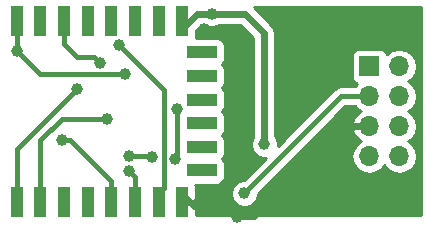
<source format=gbl>
G04 #@! TF.FileFunction,Copper,L2,Bot,Signal*
%FSLAX46Y46*%
G04 Gerber Fmt 4.6, Leading zero omitted, Abs format (unit mm)*
G04 Created by KiCad (PCBNEW 4.0.7) date Thursday, 19 October 2017 'PMt' 19:38:29*
%MOMM*%
%LPD*%
G01*
G04 APERTURE LIST*
%ADD10C,0.100000*%
%ADD11R,1.100000X2.500000*%
%ADD12R,2.500000X1.100000*%
%ADD13R,1.700000X1.700000*%
%ADD14O,1.700000X1.700000*%
%ADD15C,1.000000*%
%ADD16C,0.600000*%
%ADD17C,0.400000*%
%ADD18C,0.254000*%
G04 APERTURE END LIST*
D10*
D11*
X194310000Y-111060000D03*
X196310000Y-111060000D03*
X198310000Y-111060000D03*
X200310000Y-111060000D03*
X202310000Y-111060000D03*
X204310000Y-111060000D03*
X206310000Y-111060000D03*
X208310000Y-111060000D03*
X208310000Y-126460000D03*
X206310000Y-126460000D03*
X204310000Y-126460000D03*
X202310000Y-126460000D03*
X200310000Y-126460000D03*
X198310000Y-126460000D03*
X196310000Y-126460000D03*
X194310000Y-126460000D03*
D12*
X210010000Y-113750000D03*
X210010000Y-115750000D03*
X210010000Y-117750000D03*
X210010000Y-119750000D03*
X210010000Y-121750000D03*
X210010000Y-123750000D03*
D13*
X224155000Y-114935000D03*
D14*
X226695000Y-114935000D03*
X224155000Y-117475000D03*
X226695000Y-117475000D03*
X224155000Y-120015000D03*
X226695000Y-120015000D03*
X224155000Y-122555000D03*
X226695000Y-122555000D03*
D15*
X212726374Y-113509681D03*
X212915133Y-127666784D03*
X210185000Y-111760000D03*
X207707012Y-122800935D03*
X205784149Y-122633148D03*
X207910010Y-118511988D03*
X215264163Y-121542526D03*
X203835000Y-122555000D03*
X210820000Y-110490000D03*
X199390000Y-116840000D03*
X201930000Y-119380000D03*
X213584435Y-125678955D03*
X203450084Y-115605180D03*
X194310000Y-113665000D03*
X201344968Y-114649447D03*
X198128825Y-121144030D03*
X202994674Y-113111185D03*
X203835000Y-123825000D03*
D16*
X211697242Y-126365000D02*
X212181061Y-125881181D01*
X212181061Y-114054994D02*
X212226375Y-114009680D01*
X212226375Y-114009680D02*
X212726374Y-113509681D01*
X212181061Y-125881181D02*
X212181061Y-114054994D01*
D17*
X212226375Y-113009682D02*
X212726374Y-113509681D01*
X210976693Y-111760000D02*
X212226375Y-113009682D01*
X210185000Y-111760000D02*
X210976693Y-111760000D01*
D16*
X208310000Y-125760000D02*
X209293951Y-126743951D01*
X209293951Y-126743951D02*
X211318291Y-126743951D01*
X211318291Y-126743951D02*
X211697242Y-126365000D01*
X224155000Y-120015000D02*
X221993114Y-120015000D01*
X212957080Y-127624837D02*
X212915133Y-127666784D01*
X214383277Y-127624837D02*
X212957080Y-127624837D01*
X221993114Y-120015000D02*
X214383277Y-127624837D01*
X211697242Y-126365000D02*
X212941970Y-127609728D01*
X212941970Y-127609728D02*
X212941970Y-127624368D01*
D17*
X212851589Y-127603240D02*
X212915133Y-127666784D01*
X212851589Y-127504839D02*
X212851589Y-127603240D01*
X207910010Y-122597937D02*
X207707012Y-122800935D01*
X207910010Y-118511988D02*
X207910010Y-122597937D01*
X205706001Y-122555000D02*
X205784149Y-122633148D01*
X203835000Y-122555000D02*
X205706001Y-122555000D01*
D16*
X210820000Y-110490000D02*
X213607759Y-110490000D01*
X215264163Y-120835420D02*
X215264163Y-121542526D01*
X215264163Y-112146404D02*
X215264163Y-120835420D01*
X213607759Y-110490000D02*
X215264163Y-112146404D01*
X210820000Y-110490000D02*
X209580000Y-110490000D01*
X209580000Y-110490000D02*
X208310000Y-111760000D01*
D17*
X194310000Y-121920000D02*
X194310000Y-125760000D01*
X199390000Y-116840000D02*
X194310000Y-121920000D01*
X201930000Y-119380000D02*
X198110109Y-119380000D01*
X198110109Y-119380000D02*
X196310000Y-121180109D01*
X196310000Y-121180109D02*
X196310000Y-125760000D01*
X214084434Y-125178956D02*
X213584435Y-125678955D01*
X221788390Y-117475000D02*
X214084434Y-125178956D01*
X224155000Y-117475000D02*
X221788390Y-117475000D01*
X202742978Y-115605180D02*
X203450084Y-115605180D01*
X202722014Y-115626144D02*
X202742978Y-115605180D01*
X196271144Y-115626144D02*
X202722014Y-115626144D01*
X194310000Y-113665000D02*
X196271144Y-115626144D01*
X194310000Y-113665000D02*
X194310000Y-111760000D01*
X198310000Y-111760000D02*
X198310000Y-113040678D01*
X198310000Y-113040678D02*
X199418770Y-114149448D01*
X199418770Y-114149448D02*
X200844969Y-114149448D01*
X200844969Y-114149448D02*
X201344968Y-114649447D01*
X202310000Y-125760000D02*
X202310000Y-124654054D01*
X202310000Y-124654054D02*
X198799976Y-121144030D01*
X198799976Y-121144030D02*
X198128825Y-121144030D01*
X206310000Y-125760000D02*
X206807002Y-125262998D01*
X206807002Y-125262998D02*
X206807002Y-116923513D01*
X206807002Y-116923513D02*
X203494673Y-113611184D01*
X203494673Y-113611184D02*
X202994674Y-113111185D01*
X203835000Y-123825000D02*
X204316003Y-124306003D01*
X204316003Y-124306003D02*
X204316003Y-125753997D01*
X204316003Y-125753997D02*
X204310000Y-125760000D01*
D18*
G36*
X228525000Y-127560000D02*
X209495000Y-127560000D01*
X209495000Y-126745750D01*
X209336250Y-126587000D01*
X208437000Y-126587000D01*
X208437000Y-126607000D01*
X208183000Y-126607000D01*
X208183000Y-126587000D01*
X208163000Y-126587000D01*
X208163000Y-126333000D01*
X208183000Y-126333000D01*
X208183000Y-126313000D01*
X208437000Y-126313000D01*
X208437000Y-126333000D01*
X209336250Y-126333000D01*
X209495000Y-126174250D01*
X209495000Y-125083691D01*
X209438563Y-124947440D01*
X211260000Y-124947440D01*
X211495317Y-124903162D01*
X211711441Y-124764090D01*
X211856431Y-124551890D01*
X211907440Y-124300000D01*
X211907440Y-123200000D01*
X211863162Y-122964683D01*
X211724090Y-122748559D01*
X211722701Y-122747610D01*
X211856431Y-122551890D01*
X211907440Y-122300000D01*
X211907440Y-121200000D01*
X211863162Y-120964683D01*
X211724090Y-120748559D01*
X211722701Y-120747610D01*
X211856431Y-120551890D01*
X211907440Y-120300000D01*
X211907440Y-119200000D01*
X211863162Y-118964683D01*
X211724090Y-118748559D01*
X211722701Y-118747610D01*
X211856431Y-118551890D01*
X211907440Y-118300000D01*
X211907440Y-117200000D01*
X211863162Y-116964683D01*
X211724090Y-116748559D01*
X211722701Y-116747610D01*
X211856431Y-116551890D01*
X211907440Y-116300000D01*
X211907440Y-115200000D01*
X211863162Y-114964683D01*
X211724090Y-114748559D01*
X211722701Y-114747610D01*
X211856431Y-114551890D01*
X211907440Y-114300000D01*
X211907440Y-113200000D01*
X211863162Y-112964683D01*
X211724090Y-112748559D01*
X211511890Y-112603569D01*
X211260000Y-112552560D01*
X209458320Y-112552560D01*
X209507440Y-112310000D01*
X209507440Y-111884850D01*
X209967290Y-111425000D01*
X210149636Y-111425000D01*
X210176235Y-111451645D01*
X210593244Y-111624803D01*
X211044775Y-111625197D01*
X211462086Y-111452767D01*
X211489901Y-111425000D01*
X213220469Y-111425000D01*
X214329163Y-112533694D01*
X214329163Y-120872162D01*
X214302518Y-120898761D01*
X214129360Y-121315770D01*
X214128966Y-121767301D01*
X214301396Y-122184612D01*
X214620398Y-122504171D01*
X215037407Y-122677329D01*
X215404872Y-122677650D01*
X213538608Y-124543914D01*
X213359660Y-124543758D01*
X212942349Y-124716188D01*
X212622790Y-125035190D01*
X212449632Y-125452199D01*
X212449238Y-125903730D01*
X212621668Y-126321041D01*
X212940670Y-126640600D01*
X213357679Y-126813758D01*
X213809210Y-126814152D01*
X214226521Y-126641722D01*
X214546080Y-126322720D01*
X214719238Y-125905711D01*
X214719396Y-125724862D01*
X222134258Y-118310000D01*
X222932159Y-118310000D01*
X223075853Y-118525054D01*
X223416553Y-118752702D01*
X223273642Y-118819817D01*
X222883355Y-119248076D01*
X222713524Y-119658110D01*
X222834845Y-119888000D01*
X224028000Y-119888000D01*
X224028000Y-119868000D01*
X224282000Y-119868000D01*
X224282000Y-119888000D01*
X224302000Y-119888000D01*
X224302000Y-120142000D01*
X224282000Y-120142000D01*
X224282000Y-120162000D01*
X224028000Y-120162000D01*
X224028000Y-120142000D01*
X222834845Y-120142000D01*
X222713524Y-120371890D01*
X222883355Y-120781924D01*
X223273642Y-121210183D01*
X223416553Y-121277298D01*
X223075853Y-121504946D01*
X222753946Y-121986715D01*
X222640907Y-122555000D01*
X222753946Y-123123285D01*
X223075853Y-123605054D01*
X223557622Y-123926961D01*
X224125907Y-124040000D01*
X224184093Y-124040000D01*
X224752378Y-123926961D01*
X225234147Y-123605054D01*
X225425000Y-123319422D01*
X225615853Y-123605054D01*
X226097622Y-123926961D01*
X226665907Y-124040000D01*
X226724093Y-124040000D01*
X227292378Y-123926961D01*
X227774147Y-123605054D01*
X228096054Y-123123285D01*
X228209093Y-122555000D01*
X228096054Y-121986715D01*
X227774147Y-121504946D01*
X227444974Y-121285000D01*
X227774147Y-121065054D01*
X228096054Y-120583285D01*
X228209093Y-120015000D01*
X228096054Y-119446715D01*
X227774147Y-118964946D01*
X227444974Y-118745000D01*
X227774147Y-118525054D01*
X228096054Y-118043285D01*
X228209093Y-117475000D01*
X228096054Y-116906715D01*
X227774147Y-116424946D01*
X227444974Y-116205000D01*
X227774147Y-115985054D01*
X228096054Y-115503285D01*
X228209093Y-114935000D01*
X228096054Y-114366715D01*
X227774147Y-113884946D01*
X227292378Y-113563039D01*
X226724093Y-113450000D01*
X226665907Y-113450000D01*
X226097622Y-113563039D01*
X225615853Y-113884946D01*
X225615029Y-113886179D01*
X225608162Y-113849683D01*
X225469090Y-113633559D01*
X225256890Y-113488569D01*
X225005000Y-113437560D01*
X223305000Y-113437560D01*
X223069683Y-113481838D01*
X222853559Y-113620910D01*
X222708569Y-113833110D01*
X222657560Y-114085000D01*
X222657560Y-115785000D01*
X222701838Y-116020317D01*
X222840910Y-116236441D01*
X223053110Y-116381431D01*
X223120541Y-116395086D01*
X223075853Y-116424946D01*
X222932159Y-116640000D01*
X221788390Y-116640000D01*
X221468849Y-116703561D01*
X221264654Y-116840000D01*
X221197956Y-116884566D01*
X216399041Y-121683481D01*
X216399360Y-121317751D01*
X216226930Y-120900440D01*
X216199163Y-120872625D01*
X216199163Y-112146404D01*
X216127990Y-111788595D01*
X215925308Y-111485259D01*
X214370049Y-109930000D01*
X228525000Y-109930000D01*
X228525000Y-127560000D01*
X228525000Y-127560000D01*
G37*
X228525000Y-127560000D02*
X209495000Y-127560000D01*
X209495000Y-126745750D01*
X209336250Y-126587000D01*
X208437000Y-126587000D01*
X208437000Y-126607000D01*
X208183000Y-126607000D01*
X208183000Y-126587000D01*
X208163000Y-126587000D01*
X208163000Y-126333000D01*
X208183000Y-126333000D01*
X208183000Y-126313000D01*
X208437000Y-126313000D01*
X208437000Y-126333000D01*
X209336250Y-126333000D01*
X209495000Y-126174250D01*
X209495000Y-125083691D01*
X209438563Y-124947440D01*
X211260000Y-124947440D01*
X211495317Y-124903162D01*
X211711441Y-124764090D01*
X211856431Y-124551890D01*
X211907440Y-124300000D01*
X211907440Y-123200000D01*
X211863162Y-122964683D01*
X211724090Y-122748559D01*
X211722701Y-122747610D01*
X211856431Y-122551890D01*
X211907440Y-122300000D01*
X211907440Y-121200000D01*
X211863162Y-120964683D01*
X211724090Y-120748559D01*
X211722701Y-120747610D01*
X211856431Y-120551890D01*
X211907440Y-120300000D01*
X211907440Y-119200000D01*
X211863162Y-118964683D01*
X211724090Y-118748559D01*
X211722701Y-118747610D01*
X211856431Y-118551890D01*
X211907440Y-118300000D01*
X211907440Y-117200000D01*
X211863162Y-116964683D01*
X211724090Y-116748559D01*
X211722701Y-116747610D01*
X211856431Y-116551890D01*
X211907440Y-116300000D01*
X211907440Y-115200000D01*
X211863162Y-114964683D01*
X211724090Y-114748559D01*
X211722701Y-114747610D01*
X211856431Y-114551890D01*
X211907440Y-114300000D01*
X211907440Y-113200000D01*
X211863162Y-112964683D01*
X211724090Y-112748559D01*
X211511890Y-112603569D01*
X211260000Y-112552560D01*
X209458320Y-112552560D01*
X209507440Y-112310000D01*
X209507440Y-111884850D01*
X209967290Y-111425000D01*
X210149636Y-111425000D01*
X210176235Y-111451645D01*
X210593244Y-111624803D01*
X211044775Y-111625197D01*
X211462086Y-111452767D01*
X211489901Y-111425000D01*
X213220469Y-111425000D01*
X214329163Y-112533694D01*
X214329163Y-120872162D01*
X214302518Y-120898761D01*
X214129360Y-121315770D01*
X214128966Y-121767301D01*
X214301396Y-122184612D01*
X214620398Y-122504171D01*
X215037407Y-122677329D01*
X215404872Y-122677650D01*
X213538608Y-124543914D01*
X213359660Y-124543758D01*
X212942349Y-124716188D01*
X212622790Y-125035190D01*
X212449632Y-125452199D01*
X212449238Y-125903730D01*
X212621668Y-126321041D01*
X212940670Y-126640600D01*
X213357679Y-126813758D01*
X213809210Y-126814152D01*
X214226521Y-126641722D01*
X214546080Y-126322720D01*
X214719238Y-125905711D01*
X214719396Y-125724862D01*
X222134258Y-118310000D01*
X222932159Y-118310000D01*
X223075853Y-118525054D01*
X223416553Y-118752702D01*
X223273642Y-118819817D01*
X222883355Y-119248076D01*
X222713524Y-119658110D01*
X222834845Y-119888000D01*
X224028000Y-119888000D01*
X224028000Y-119868000D01*
X224282000Y-119868000D01*
X224282000Y-119888000D01*
X224302000Y-119888000D01*
X224302000Y-120142000D01*
X224282000Y-120142000D01*
X224282000Y-120162000D01*
X224028000Y-120162000D01*
X224028000Y-120142000D01*
X222834845Y-120142000D01*
X222713524Y-120371890D01*
X222883355Y-120781924D01*
X223273642Y-121210183D01*
X223416553Y-121277298D01*
X223075853Y-121504946D01*
X222753946Y-121986715D01*
X222640907Y-122555000D01*
X222753946Y-123123285D01*
X223075853Y-123605054D01*
X223557622Y-123926961D01*
X224125907Y-124040000D01*
X224184093Y-124040000D01*
X224752378Y-123926961D01*
X225234147Y-123605054D01*
X225425000Y-123319422D01*
X225615853Y-123605054D01*
X226097622Y-123926961D01*
X226665907Y-124040000D01*
X226724093Y-124040000D01*
X227292378Y-123926961D01*
X227774147Y-123605054D01*
X228096054Y-123123285D01*
X228209093Y-122555000D01*
X228096054Y-121986715D01*
X227774147Y-121504946D01*
X227444974Y-121285000D01*
X227774147Y-121065054D01*
X228096054Y-120583285D01*
X228209093Y-120015000D01*
X228096054Y-119446715D01*
X227774147Y-118964946D01*
X227444974Y-118745000D01*
X227774147Y-118525054D01*
X228096054Y-118043285D01*
X228209093Y-117475000D01*
X228096054Y-116906715D01*
X227774147Y-116424946D01*
X227444974Y-116205000D01*
X227774147Y-115985054D01*
X228096054Y-115503285D01*
X228209093Y-114935000D01*
X228096054Y-114366715D01*
X227774147Y-113884946D01*
X227292378Y-113563039D01*
X226724093Y-113450000D01*
X226665907Y-113450000D01*
X226097622Y-113563039D01*
X225615853Y-113884946D01*
X225615029Y-113886179D01*
X225608162Y-113849683D01*
X225469090Y-113633559D01*
X225256890Y-113488569D01*
X225005000Y-113437560D01*
X223305000Y-113437560D01*
X223069683Y-113481838D01*
X222853559Y-113620910D01*
X222708569Y-113833110D01*
X222657560Y-114085000D01*
X222657560Y-115785000D01*
X222701838Y-116020317D01*
X222840910Y-116236441D01*
X223053110Y-116381431D01*
X223120541Y-116395086D01*
X223075853Y-116424946D01*
X222932159Y-116640000D01*
X221788390Y-116640000D01*
X221468849Y-116703561D01*
X221264654Y-116840000D01*
X221197956Y-116884566D01*
X216399041Y-121683481D01*
X216399360Y-121317751D01*
X216226930Y-120900440D01*
X216199163Y-120872625D01*
X216199163Y-112146404D01*
X216127990Y-111788595D01*
X215925308Y-111485259D01*
X214370049Y-109930000D01*
X228525000Y-109930000D01*
X228525000Y-127560000D01*
M02*

</source>
